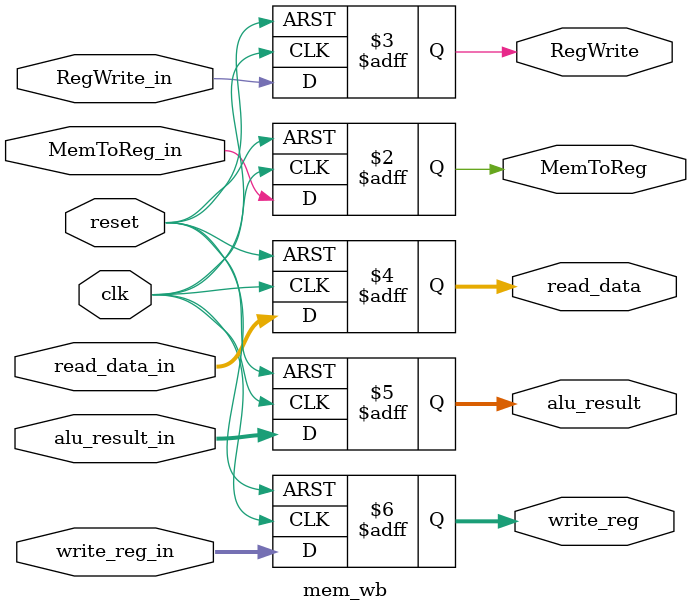
<source format=v>
module mem_wb(
    input clk,
    input reset,
    input MemToReg_in, input RegWrite_in,
    input [31:0] read_data_in,
    input [31:0] alu_result_in,
    input [4:0] write_reg_in,
    output reg MemToReg, output reg RegWrite,
    output reg [31:0] read_data,
    output reg [31:0] alu_result,
    output reg [4:0] write_reg
);
    always @(posedge clk or posedge reset) begin
        if (reset) begin
            MemToReg <= 0; RegWrite <= 0; read_data <= 32'd0; alu_result <= 32'd0; write_reg <= 5'd0;
        end else begin
            MemToReg <= MemToReg_in; RegWrite <= RegWrite_in;
            read_data <= read_data_in; alu_result <= alu_result_in; write_reg <= write_reg_in;
        end
    end
endmodule

</source>
